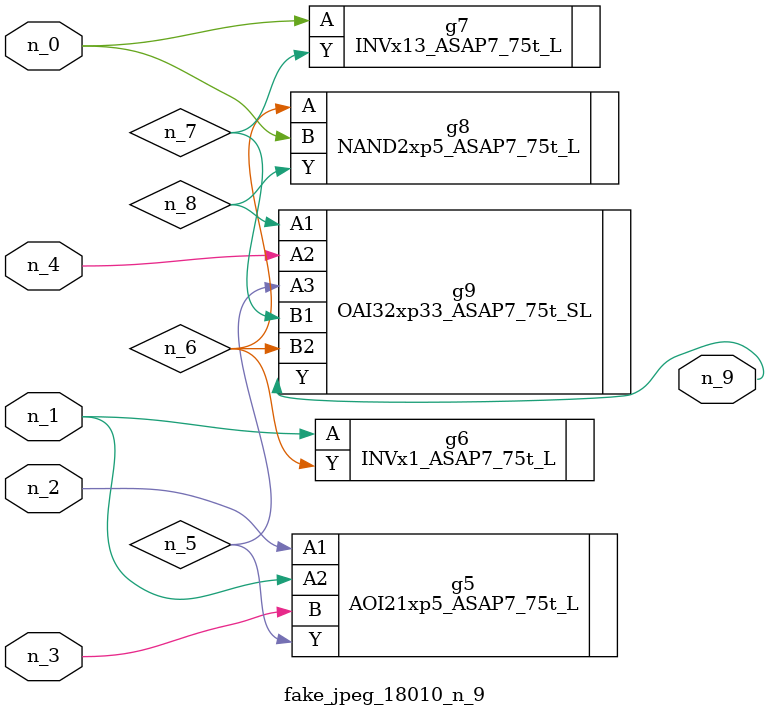
<source format=v>
module fake_jpeg_18010_n_9 (n_3, n_2, n_1, n_0, n_4, n_9);

input n_3;
input n_2;
input n_1;
input n_0;
input n_4;

output n_9;

wire n_8;
wire n_6;
wire n_5;
wire n_7;

AOI21xp5_ASAP7_75t_L g5 ( 
.A1(n_2),
.A2(n_1),
.B(n_3),
.Y(n_5)
);

INVx1_ASAP7_75t_L g6 ( 
.A(n_1),
.Y(n_6)
);

INVx13_ASAP7_75t_L g7 ( 
.A(n_0),
.Y(n_7)
);

NAND2xp5_ASAP7_75t_L g8 ( 
.A(n_6),
.B(n_0),
.Y(n_8)
);

OAI32xp33_ASAP7_75t_SL g9 ( 
.A1(n_8),
.A2(n_4),
.A3(n_5),
.B1(n_7),
.B2(n_6),
.Y(n_9)
);


endmodule
</source>
